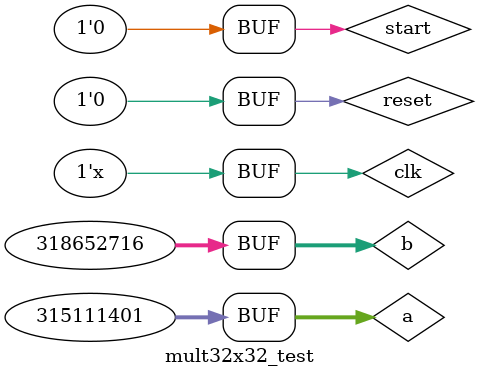
<source format=sv>
module mult32x32_test;

    logic clk;            // Clock
    logic reset;          // Reset
    logic start;          // Start signal
    logic [31:0] a;       // Input a
    logic [31:0] b;       // Input b
    logic busy;           // Multiplier busy indication
    logic [63:0] product; // Miltiplication product


mult32x32 uut(
	.clk(clk),
	.reset(reset),
	.start(start),
	.a(a),
	.b(b),
	.busy(busy),
	.product(product)
	
);

 initial begin
 
 
    clk = 1'b1; 
	reset = 1'b1; 
	a = 32'd0;
	b = 32'd0;  
	#8
	reset = 1'b0;	
    #2
	a = 32'd315111401;
    b = 32'd318652716;
	start = 1'b1;
	#2
	start = 1'b0;



	
    end
	
	
always begin
	#1 clk = ~clk;
end
    



endmodule

</source>
